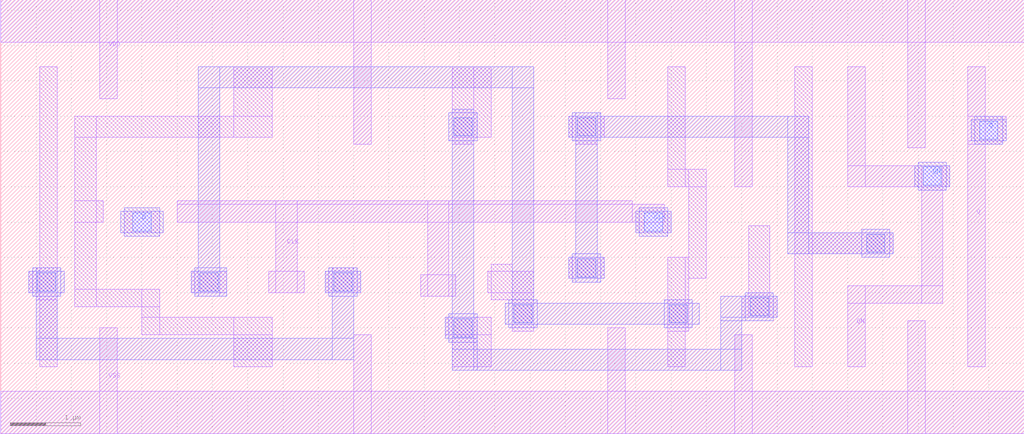
<source format=lef>
# Copyright 2022 Google LLC
# Licensed under the Apache License, Version 2.0 (the "License");
# you may not use this file except in compliance with the License.
# You may obtain a copy of the License at
#
#      http://www.apache.org/licenses/LICENSE-2.0
#
# Unless required by applicable law or agreed to in writing, software
# distributed under the License is distributed on an "AS IS" BASIS,
# WITHOUT WARRANTIES OR CONDITIONS OF ANY KIND, either express or implied.
# See the License for the specific language governing permissions and
# limitations under the License.
VERSION 5.7 ;
BUSBITCHARS "[]" ;
DIVIDERCHAR "/" ;

MACRO gf180mcu_osu_sc_9T_dff_1
  CLASS CORE ;
  ORIGIN 0 0 ;
  FOREIGN gf180mcu_osu_sc_9T_dff_1 0 0 ;
  SIZE 14.5 BY 6.15 ;
  SYMMETRY X Y ;
  SITE GF180_3p3_12t ;
  PIN VDD
    DIRECTION INOUT ;
    USE POWER ;
    SHAPE ABUTMENT ;
    PORT
      LAYER MET1 ;
        RECT 0 5.55 14.5 6.15 ;
        RECT 12.85 4.05 13.1 6.15 ;
        RECT 10.4 3.5 10.65 6.15 ;
        RECT 8.6 4.75 8.85 6.15 ;
        RECT 5 4.1 5.25 6.15 ;
        RECT 1.4 4.75 1.65 6.15 ;
    END
  END VDD
  PIN VSS
    DIRECTION INOUT ;
    USE GROUND ;
    PORT
      LAYER MET1 ;
        RECT 0 0 14.5 0.6 ;
        RECT 12.85 0 13.1 1.6 ;
        RECT 10.4 0 10.65 1.4 ;
        RECT 8.6 0 8.85 1.5 ;
        RECT 5 0 5.25 1.4 ;
        RECT 1.4 0 1.65 1.5 ;
    END
  END VSS
  PIN CLK
    DIRECTION INPUT ;
    USE CLOCK ;
    PORT
      LAYER MET1 ;
        RECT 9 2.85 9.5 3.15 ;
        RECT 2.5 3 9.4 3.25 ;
        RECT 2.5 3 8.95 3.3 ;
        RECT 5.95 1.95 6.45 2.25 ;
        RECT 6.05 1.95 6.35 3.3 ;
        RECT 3.8 2 4.3 2.3 ;
        RECT 3.9 2 4.2 3.3 ;
      LAYER MET2 ;
        RECT 9 2.85 9.5 3.15 ;
        RECT 9.05 2.8 9.45 3.2 ;
      LAYER VIA12 ;
        RECT 9.12 2.87 9.38 3.13 ;
    END
  END CLK
  PIN D
    DIRECTION INPUT ;
    USE SIGNAL ;
    PORT
      LAYER MET1 ;
        RECT 1.75 2.85 2.25 3.15 ;
      LAYER MET2 ;
        RECT 1.7 2.85 2.3 3.15 ;
        RECT 1.75 2.8 2.25 3.2 ;
      LAYER VIA12 ;
        RECT 1.87 2.87 2.13 3.13 ;
    END
  END D
  PIN Q
    DIRECTION OUTPUT ;
    USE SIGNAL ;
    PORT
      LAYER MET1 ;
        RECT 13.7 4.15 14.25 4.5 ;
        RECT 13.7 4.1 14.2 4.5 ;
        RECT 13.7 0.95 13.95 5.2 ;
      LAYER MET2 ;
        RECT 13.75 4.15 14.25 4.45 ;
        RECT 13.8 4.1 14.2 4.5 ;
      LAYER VIA12 ;
        RECT 13.87 4.17 14.13 4.43 ;
    END
  END Q
  PIN QN
    DIRECTION OUTPUT ;
    USE SIGNAL ;
    PORT
      LAYER MET1 ;
        RECT 12 3.5 13.45 3.8 ;
        RECT 13.05 1.85 13.35 3.8 ;
        RECT 12 1.85 13.35 2.1 ;
        RECT 12 3.5 12.25 5.2 ;
        RECT 12 0.95 12.25 2.1 ;
      LAYER MET2 ;
        RECT 12.95 3.5 13.45 3.8 ;
        RECT 13 3.45 13.4 3.85 ;
      LAYER VIA12 ;
        RECT 13.07 3.52 13.33 3.78 ;
    END
  END QN
  OBS
    LAYER MET2 ;
      RECT 8.1 4.15 8.5 4.55 ;
      RECT 8.05 4.2 11.45 4.5 ;
      RECT 11.15 2.55 11.45 4.5 ;
      RECT 8.15 2.15 8.45 4.55 ;
      RECT 12.2 2.5 12.6 2.9 ;
      RECT 11.15 2.55 12.65 2.85 ;
      RECT 8.1 2.15 8.5 2.55 ;
      RECT 8.05 2.2 8.55 2.5 ;
      RECT 6.4 0.9 6.7 4.6 ;
      RECT 6.35 4.15 6.75 4.55 ;
      RECT 10.55 1.6 10.95 2 ;
      RECT 10.2 1.65 11 1.95 ;
      RECT 6.35 1.3 6.75 1.7 ;
      RECT 6.4 0.9 6.75 1.7 ;
      RECT 6.3 1.35 6.75 1.65 ;
      RECT 10.2 1.6 10.95 1.95 ;
      RECT 10.2 0.9 10.5 1.95 ;
      RECT 6.4 0.9 10.5 1.2 ;
      RECT 2.8 4.9 7.55 5.2 ;
      RECT 7.25 1.5 7.55 5.2 ;
      RECT 2.8 1.95 3.1 5.2 ;
      RECT 2.75 1.95 3.2 2.35 ;
      RECT 2.7 2 3.2 2.3 ;
      RECT 9.4 1.5 9.8 1.9 ;
      RECT 7.2 1.5 7.6 1.9 ;
      RECT 7.15 1.55 9.9 1.85 ;
      RECT 4.65 1.95 5.05 2.35 ;
      RECT 0.45 1.95 0.85 2.35 ;
      RECT 4.6 2 5.1 2.3 ;
      RECT 0.4 2 0.9 2.3 ;
      RECT 4.7 1.05 5 2.35 ;
      RECT 0.5 1.05 0.8 2.35 ;
      RECT 0.5 1.05 5 1.35 ;
    LAYER VIA12 ;
      RECT 12.27 2.57 12.53 2.83 ;
      RECT 10.62 1.67 10.88 1.93 ;
      RECT 9.47 1.57 9.73 1.83 ;
      RECT 8.17 2.22 8.43 2.48 ;
      RECT 8.17 4.22 8.43 4.48 ;
      RECT 7.27 1.57 7.53 1.83 ;
      RECT 6.42 1.37 6.68 1.63 ;
      RECT 6.42 4.22 6.68 4.48 ;
      RECT 4.72 2.02 4.98 2.28 ;
      RECT 2.82 2.02 3.08 2.28 ;
      RECT 0.52 2.02 0.78 2.28 ;
    LAYER MET1 ;
      RECT 11.25 0.95 11.5 5.2 ;
      RECT 11.25 2.55 12.65 2.85 ;
      RECT 10.6 1.65 10.9 2.95 ;
      RECT 10.5 1.65 11 1.95 ;
      RECT 9.45 3.5 9.7 5.2 ;
      RECT 9.45 3.5 10 3.75 ;
      RECT 9.75 2.2 10 3.75 ;
      RECT 9.45 1.45 9.75 2.5 ;
      RECT 9.45 0.95 9.7 2.5 ;
      RECT 8.05 4.2 8.55 4.5 ;
      RECT 8.15 4.1 8.45 4.5 ;
      RECT 6.95 1.9 7.25 2.4 ;
      RECT 6.9 2 7.55 2.3 ;
      RECT 7.25 1.45 7.55 2.3 ;
      RECT 6.3 1.4 6.95 1.65 ;
      RECT 6.4 0.95 6.95 1.65 ;
      RECT 6.4 4.2 6.95 5.2 ;
      RECT 6.4 4.1 6.7 5.2 ;
      RECT 4.7 2 5 2.35 ;
      RECT 4.6 2 5.1 2.3 ;
      RECT 3.3 4.2 3.85 5.2 ;
      RECT 1.05 4.2 3.85 4.5 ;
      RECT 1.05 1.8 1.35 4.5 ;
      RECT 1.05 3 1.45 3.3 ;
      RECT 1.05 1.8 2.25 2.05 ;
      RECT 2 1.4 2.25 2.05 ;
      RECT 2 1.4 3.85 1.65 ;
      RECT 3.3 0.95 3.85 1.65 ;
      RECT 0.55 0.95 0.8 5.2 ;
      RECT 0.5 1.9 0.8 2.35 ;
      RECT 0.4 2 0.8 2.3 ;
      RECT 8.05 2.2 8.55 2.5 ;
      RECT 2.7 2 3.2 2.3 ;
  END
END gf180mcu_osu_sc_9T_dff_1

</source>
